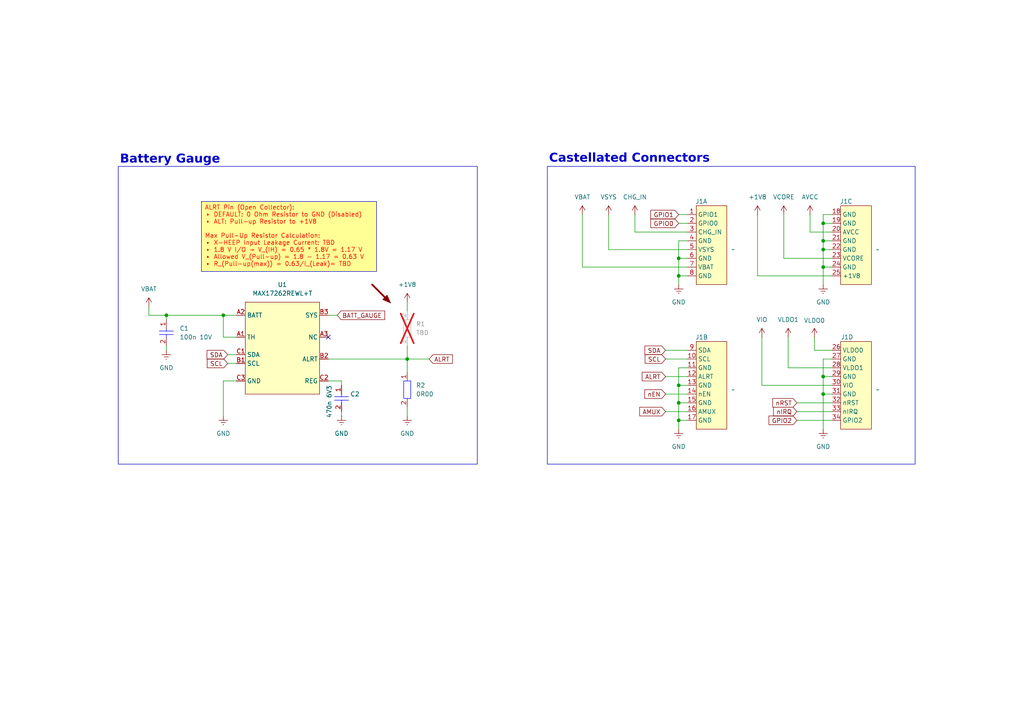
<source format=kicad_sch>
(kicad_sch (version 20231120) (generator "eeschema") (generator_version "8.0")
  (paper "A4")
  (title_block (title "[2] Battery Gauge & Connectors") (rev "0.1") (company "Embedded Systems Laboratory - EPFL"))
  (lib_symbols
    (symbol "Graphic:SYM_Arrow45_Large" (in_bom no) (on_board no)
      (symbol "SYM_Arrow45_Large_0_1"
        (polyline (pts (xy -2.54 2.54) (xy 2.286 -2.286)) (stroke (width 0.508)))
        (polyline (pts (xy 2.794 -2.794) (xy 0.508 -1.778) (xy 1.778 -0.508) (xy 2.794 -2.794)) (fill (type outline)))
      )
    )
    (symbol "X-MODs_SchLib:GRM155R60J474KE19"
      (property "Reference" "C" (at -4.064 5.588 0))
      (property "Value" "470n 6V3" (at -4.064 3.302 0))
      (symbol "GRM155R60J474KE19_1_1"
        (polyline (pts (xy -1.27 0) (xy -0.508 0)) (stroke (width 0) (color 0 0 255 1)))
        (polyline (pts (xy -0.508 2.032) (xy -0.508 -2.032)) (stroke (width 0) (color 0 0 255 1)))
        (polyline (pts (xy 0.508 2.032) (xy 0.508 -2.032)) (stroke (width 0) (color 0 0 255 1)))
        (polyline (pts (xy 1.27 0) (xy 0.508 0)) (stroke (width 0) (color 0 0 255 1)))
        (pin passive line (at -3.81 0 0) (length 2.54) (name "") (number "1"))
        (pin passive line (at 3.81 0 180) (length 2.54) (name "") (number "2"))
      )
    )
    (symbol "X-MODs_SchLib:GRM155R71A104JA01D"
      (property "Reference" "C" (at -4.826 5.588 0))
      (property "Value" "100n 10V" (at -4.826 3.302 0))
      (symbol "GRM155R71A104JA01D_1_1"
        (polyline (pts (xy -1.27 0) (xy -0.508 0)) (stroke (width 0) (color 0 0 255 1)))
        (polyline (pts (xy -0.508 2.032) (xy -0.508 -2.032)) (stroke (width 0) (color 0 0 255 1)))
        (polyline (pts (xy 0.508 2.032) (xy 0.508 -2.032)) (stroke (width 0) (color 0 0 255 1)))
        (polyline (pts (xy 1.27 0) (xy 0.508 0)) (stroke (width 0) (color 0 0 255 1)))
        (pin passive line (at -3.81 0 0) (length 2.54) (name "") (number "1"))
        (pin passive line (at 3.81 0 180) (length 2.54) (name "") (number "2"))
      )
    )
    (symbol "X-MODs_SchLib:MAX17262REWL+T"
      (property "Reference" "U" (at -0.254 2.794 0))
      (property "Value" " MAX17262REWL+T " (at -1.27 1.016 0))
      (symbol "MAX17262REWL+T_0_1"
        (rectangle (start 0 0) (end 21.59 -26.67) (stroke (width 0) (color 128 0 0 1)) (fill (type background)))
      )
      (symbol "MAX17262REWL+T_1_1"
        (pin passive line (at -2.54 -10.16 0) (length 2.54) (name "TH") (number "A1"))
        (pin passive line (at -2.54 -3.81 0) (length 2.54) (name "BATT") (number "A2"))
        (pin passive line (at 24.13 -10.16 180) (length 2.54) (name "NC") (number "A3"))
        (pin passive line (at -2.54 -17.78 0) (length 2.54) (name "SCL") (number "B1"))
        (pin passive line (at 24.13 -16.51 180) (length 2.54) (name "ALRT") (number "B2"))
        (pin passive line (at 24.13 -3.81 180) (length 2.54) (name "SYS") (number "B3"))
        (pin passive line (at -2.54 -15.24 0) (length 2.54) (name "SDA") (number "C1"))
        (pin passive line (at 24.13 -22.86 180) (length 2.54) (name "REG") (number "C2"))
        (pin passive line (at -2.54 -22.86 0) (length 2.54) (name "GND") (number "C3"))
      )
    )
    (symbol "X-MODs_SchLib:Power_Board_Castellated_Conn_1.27mm" (in_bom no)
      (property "Reference" "J" (at 0.508 1.778 0))
      (symbol "Power_Board_Castellated_Conn_1.27mm_1_1"
        (rectangle (start 0 0) (end 8.89 -22.86) (stroke (width 0) (color 128 0 0 1)) (fill (type background)))
        (pin passive line (at -2.54 -2.54 0) (length 2.54) (name "GPIO1") (number "1"))
        (pin passive line (at -2.54 -5.08 0) (length 2.54) (name "GPIO0") (number "2"))
        (pin passive line (at -2.54 -7.62 0) (length 2.54) (name "CHG_IN") (number "3"))
        (pin passive line (at -2.54 -10.16 0) (length 2.54) (name "GND") (number "4"))
        (pin passive line (at -2.54 -12.7 0) (length 2.54) (name "VSYS") (number "5"))
        (pin passive line (at -2.54 -15.24 0) (length 2.54) (name "GND") (number "6"))
        (pin passive line (at -2.54 -17.78 0) (length 2.54) (name "VBAT") (number "7"))
        (pin passive line (at -2.54 -20.32 0) (length 2.54) (name "GND") (number "8"))
      )
      (symbol "Power_Board_Castellated_Conn_1.27mm_2_1"
        (rectangle (start 0 0) (end 8.89 -25.4) (stroke (width 0) (color 128 0 0 1)) (fill (type background)))
        (pin passive line (at -2.54 -5.08 0) (length 2.54) (name "SCL") (number "10"))
        (pin passive line (at -2.54 -7.62 0) (length 2.54) (name "GND") (number "11"))
        (pin passive line (at -2.54 -10.16 0) (length 2.54) (name "ALRT") (number "12"))
        (pin passive line (at -2.54 -12.7 0) (length 2.54) (name "GND") (number "13"))
        (pin passive line (at -2.54 -15.24 0) (length 2.54) (name "nEN") (number "14"))
        (pin passive line (at -2.54 -17.78 0) (length 2.54) (name "GND") (number "15"))
        (pin passive line (at -2.54 -20.32 0) (length 2.54) (name "AMUX") (number "16"))
        (pin passive line (at -2.54 -22.86 0) (length 2.54) (name "GND") (number "17"))
        (pin passive line (at -2.54 -2.54 0) (length 2.54) (name "SDA") (number "9"))
      )
      (symbol "Power_Board_Castellated_Conn_1.27mm_3_1"
        (rectangle (start 0 0) (end 8.89 -22.86) (stroke (width 0) (color 128 0 0 1)) (fill (type background)))
        (pin passive line (at -2.54 -2.54 0) (length 2.54) (name "GND") (number "18"))
        (pin passive line (at -2.54 -5.08 0) (length 2.54) (name "GND") (number "19"))
        (pin passive line (at -2.54 -7.62 0) (length 2.54) (name "AVCC") (number "20"))
        (pin passive line (at -2.54 -10.16 0) (length 2.54) (name "GND") (number "21"))
        (pin passive line (at -2.54 -12.7 0) (length 2.54) (name "GND") (number "22"))
        (pin passive line (at -2.54 -15.24 0) (length 2.54) (name "VCORE") (number "23"))
        (pin passive line (at -2.54 -17.78 0) (length 2.54) (name "GND") (number "24"))
        (pin passive line (at -2.54 -20.32 0) (length 2.54) (name "+1V8") (number "25"))
      )
      (symbol "Power_Board_Castellated_Conn_1.27mm_4_1"
        (rectangle (start 0 0) (end 8.89 -25.4) (stroke (width 0) (color 128 0 0 1)) (fill (type background)))
        (pin passive line (at -2.54 -2.54 0) (length 2.54) (name "VLDO0") (number "26"))
        (pin passive line (at -2.54 -5.08 0) (length 2.54) (name "GND") (number "27"))
        (pin passive line (at -2.54 -7.62 0) (length 2.54) (name "VLDO1") (number "28"))
        (pin passive line (at -2.54 -10.16 0) (length 2.54) (name "GND") (number "29"))
        (pin passive line (at -2.54 -12.7 0) (length 2.54) (name "VIO") (number "30"))
        (pin passive line (at -2.54 -15.24 0) (length 2.54) (name "GND") (number "31"))
        (pin passive line (at -2.54 -17.78 0) (length 2.54) (name "nRST") (number "32"))
        (pin passive line (at -2.54 -20.32 0) (length 2.54) (name "nIRQ") (number "33"))
        (pin passive line (at -2.54 -22.86 0) (length 2.54) (name "GPIO2") (number "34"))
      )
    )
    (symbol "X-MODs_SchLib:R"
      (property "Reference" "R" (at -4.064 5.588 0))
      (property "Value" "TBD" (at -4.064 3.302 0))
      (symbol "R_0_1"
        (rectangle (start -2.54 1.016) (end 2.54 -1.016) (stroke (width 0) (color 0 0 255 1)))
      )
      (symbol "R_1_1"
        (pin passive line (at -5.08 0 0) (length 2.54) (name "") (number "1"))
        (pin passive line (at 5.08 0 180) (length 2.54) (name "") (number "2"))
      )
    )
    (symbol "X-MODs_SchLib:RK73Z1ETTP"
      (property "Reference" "R" (at -4.064 5.588 0))
      (property "Value" "0R00" (at -4.064 3.302 0))
      (symbol "RK73Z1ETTP_0_1"
        (rectangle (start -2.54 1.016) (end 2.54 -1.016) (stroke (width 0) (color 0 0 255 1)))
      )
      (symbol "RK73Z1ETTP_1_1"
        (pin passive line (at -5.08 0 0) (length 2.54) (name "") (number "1"))
        (pin passive line (at 5.08 0 180) (length 2.54) (name "") (number "2"))
      )
    )
    (symbol "power:+1V8" (power) (pin_numbers hide) (pin_names (offset 0) hide)
      (property "Value" "+1V8" (at 0 3.556 0))
      (symbol "+1V8_0_1"
        (polyline (pts (xy -0.762 1.27) (xy 0 2.54)))
        (polyline (pts (xy 0 0) (xy 0 2.54)))
        (polyline (pts (xy 0 2.54) (xy 0.762 1.27)))
      )
      (symbol "+1V8_1_1"
        (pin power_in line (at 0 0 90) (length 0) (name "~") (number "1"))
      )
    )
    (symbol "power:Earth" (power) (pin_numbers hide) (pin_names (offset 0) hide)
      (property "Value" "Earth" (at 0 -3.81 0))
      (symbol "Earth_0_1"
        (polyline (pts (xy -0.635 -1.905) (xy 0.635 -1.905)))
        (polyline (pts (xy -0.127 -2.54) (xy 0.127 -2.54)))
        (polyline (pts (xy 0 -1.27) (xy 0 0)))
        (polyline (pts (xy 1.27 -1.27) (xy -1.27 -1.27)))
      )
      (symbol "Earth_1_1"
        (pin power_in line (at 0 0 270) (length 0) (name "~") (number "1"))
      )
    )
  )
  (junction (at 196.85 74.93))
  (junction (at 238.76 77.47))
  (junction (at 196.85 121.92))
  (junction (at 196.85 80.01))
  (junction (at 48.26 91.44))
  (junction (at 238.76 114.3))
  (junction (at 196.85 116.84))
  (junction (at 64.77 91.44))
  (junction (at 238.76 72.39))
  (junction (at 238.76 69.85))
  (junction (at 238.76 109.22))
  (junction (at 118.11 104.14))
  (junction (at 238.76 64.77))
  (junction (at 196.85 111.76))
  (no_connect (at 95.25 97.79))
  (wire (pts (xy 99.06 119.38) (xy 99.06 120.65)))
  (wire (pts (xy 66.04 105.41) (xy 68.58 105.41)))
  (wire (pts (xy 241.3 67.31) (xy 234.95 67.31)))
  (wire (pts (xy 231.14 119.38) (xy 241.3 119.38)))
  (wire (pts (xy 238.76 69.85) (xy 241.3 69.85)))
  (wire (pts (xy 234.95 62.23) (xy 234.95 67.31)))
  (wire (pts (xy 184.15 62.23) (xy 184.15 67.31)))
  (wire (pts (xy 68.58 97.79) (xy 64.77 97.79)))
  (wire (pts (xy 193.04 114.3) (xy 199.39 114.3)))
  (wire (pts (xy 48.26 91.44) (xy 64.77 91.44)))
  (wire (pts (xy 48.26 100.33) (xy 48.26 101.6)))
  (wire (pts (xy 196.85 106.68) (xy 199.39 106.68)))
  (wire (pts (xy 241.3 109.22) (xy 238.76 109.22)))
  (wire (pts (xy 238.76 72.39) (xy 241.3 72.39)))
  (wire (pts (xy 66.04 102.87) (xy 68.58 102.87)))
  (wire (pts (xy 64.77 91.44) (xy 68.58 91.44)))
  (wire (pts (xy 238.76 69.85) (xy 238.76 64.77)))
  (wire (pts (xy 176.53 72.39) (xy 176.53 62.23)))
  (wire (pts (xy 196.85 121.92) (xy 196.85 124.46)))
  (wire (pts (xy 48.26 91.44) (xy 48.26 92.71)))
  (wire (pts (xy 196.85 111.76) (xy 196.85 106.68)))
  (wire (pts (xy 95.25 110.49) (xy 99.06 110.49)))
  (wire (pts (xy 219.71 80.01) (xy 219.71 62.23)))
  (wire (pts (xy 193.04 101.6) (xy 199.39 101.6)))
  (wire (pts (xy 231.14 116.84) (xy 241.3 116.84)))
  (wire (pts (xy 236.22 101.6) (xy 236.22 97.79)))
  (wire (pts (xy 238.76 77.47) (xy 238.76 72.39)))
  (wire (pts (xy 64.77 91.44) (xy 64.77 97.79)))
  (wire (pts (xy 241.3 101.6) (xy 236.22 101.6)))
  (wire (pts (xy 241.3 74.93) (xy 227.33 74.93)))
  (wire (pts (xy 241.3 111.76) (xy 220.98 111.76)))
  (wire (pts (xy 118.11 104.14) (xy 124.46 104.14)))
  (wire (pts (xy 228.6 97.79) (xy 228.6 106.68)))
  (wire (pts (xy 199.39 80.01) (xy 196.85 80.01)))
  (wire (pts (xy 118.11 100.33) (xy 118.11 104.14)))
  (wire (pts (xy 231.14 121.92) (xy 241.3 121.92)))
  (wire (pts (xy 193.04 119.38) (xy 199.39 119.38)))
  (wire (pts (xy 196.85 116.84) (xy 196.85 111.76)))
  (wire (pts (xy 43.18 88.9) (xy 43.18 91.44)))
  (wire (pts (xy 199.39 74.93) (xy 196.85 74.93)))
  (wire (pts (xy 238.76 77.47) (xy 238.76 82.55)))
  (wire (pts (xy 199.39 67.31) (xy 184.15 67.31)))
  (wire (pts (xy 199.39 72.39) (xy 176.53 72.39)))
  (wire (pts (xy 238.76 72.39) (xy 238.76 69.85)))
  (wire (pts (xy 68.58 110.49) (xy 64.77 110.49)))
  (wire (pts (xy 193.04 109.22) (xy 199.39 109.22)))
  (wire (pts (xy 199.39 111.76) (xy 196.85 111.76)))
  (wire (pts (xy 196.85 80.01) (xy 196.85 74.93)))
  (wire (pts (xy 193.04 104.14) (xy 199.39 104.14)))
  (wire (pts (xy 238.76 64.77) (xy 238.76 62.23)))
  (wire (pts (xy 43.18 91.44) (xy 48.26 91.44)))
  (wire (pts (xy 199.39 121.92) (xy 196.85 121.92)))
  (wire (pts (xy 196.85 62.23) (xy 199.39 62.23)))
  (wire (pts (xy 95.25 91.44) (xy 97.79 91.44)))
  (wire (pts (xy 227.33 74.93) (xy 227.33 62.23)))
  (wire (pts (xy 196.85 74.93) (xy 196.85 69.85)))
  (wire (pts (xy 196.85 121.92) (xy 196.85 116.84)))
  (wire (pts (xy 238.76 104.14) (xy 238.76 109.22)))
  (wire (pts (xy 196.85 80.01) (xy 196.85 82.55)))
  (wire (pts (xy 238.76 114.3) (xy 238.76 124.46)))
  (wire (pts (xy 238.76 64.77) (xy 241.3 64.77)))
  (wire (pts (xy 64.77 110.49) (xy 64.77 120.65)))
  (wire (pts (xy 241.3 77.47) (xy 238.76 77.47)))
  (wire (pts (xy 99.06 110.49) (xy 99.06 111.76)))
  (wire (pts (xy 220.98 111.76) (xy 220.98 97.79)))
  (wire (pts (xy 196.85 64.77) (xy 199.39 64.77)))
  (wire (pts (xy 199.39 69.85) (xy 196.85 69.85)))
  (wire (pts (xy 168.91 77.47) (xy 168.91 62.23)))
  (wire (pts (xy 118.11 104.14) (xy 118.11 107.95)))
  (wire (pts (xy 118.11 118.11) (xy 118.11 120.65)))
  (wire (pts (xy 241.3 104.14) (xy 238.76 104.14)))
  (wire (pts (xy 95.25 104.14) (xy 118.11 104.14)))
  (wire (pts (xy 238.76 62.23) (xy 241.3 62.23)))
  (wire (pts (xy 241.3 80.01) (xy 219.71 80.01)))
  (wire (pts (xy 241.3 106.68) (xy 228.6 106.68)))
  (wire (pts (xy 199.39 116.84) (xy 196.85 116.84)))
  (wire (pts (xy 118.11 87.63) (xy 118.11 90.17)))
  (wire (pts (xy 168.91 77.47) (xy 199.39 77.47)))
  (wire (pts (xy 238.76 109.22) (xy 238.76 114.3)))
  (wire (pts (xy 238.76 114.3) (xy 241.3 114.3)))
  (rectangle (start 34.29 48.26) (end 138.43 134.62))
  (rectangle (start 158.75 48.26) (end 265.43 134.62))
  (text_box "ALRT Pin (Open Collector):\n• DEFAULT: 0 Ohm Resistor to GND (Disabled)\n• ALT: Pull-up Resistor to +1V8\n\nMax Pull-Up Resistor Calculation:\n• X-HEEP Input Leakage Current: TBD\n• 1.8 V I/O → V_(IH) = 0.65 * 1.8V = 1.17 V \n• Allowed V_(Pull-up) = 1.8 - 1.17 = 0.63 V\n• R_(Pull-up(max)) = 0.63/I_(Leak)= TBD\n\n\n" (at 58.42 58.42 0) (size 50.8 20.32) (fill (type color) (color 255 255 150 1)) (effects (font (size 1.27 1.27)) (justify left top)))
  (text "Battery Gauge" (at 34.798 46.99 0) (effects (font (size 2.54 2.54) (thickness 0.254) (bold yes) (italic yes)) (justify left)))
  (text "Castellated Connectors" (at 159.258 46.736 0) (effects (font (size 2.54 2.54) (thickness 0.254) (bold yes) (italic yes)) (justify left)))
  (global_label "SDA" (shape input) (at 66.04 102.87 180) (property "Intersheetrefs" "${INTERSHEET_REFS}" (effects (hide yes))))
  (global_label "AMUX" (shape input) (at 193.04 119.38 180) (property "Intersheetrefs" "${INTERSHEET_REFS}" (effects (hide yes))))
  (global_label "SCL" (shape input) (at 66.04 105.41 180) (property "Intersheetrefs" "${INTERSHEET_REFS}" (effects (hide yes))))
  (global_label "GPIO2" (shape input) (at 231.14 121.92 180) (property "Intersheetrefs" "${INTERSHEET_REFS}" (effects (hide yes))))
  (global_label "GPIO1" (shape input) (at 196.85 62.23 180) (property "Intersheetrefs" "${INTERSHEET_REFS}" (effects (hide yes))))
  (global_label "SDA" (shape input) (at 193.04 101.6 180) (property "Intersheetrefs" "${INTERSHEET_REFS}" (effects (hide yes))))
  (global_label "GPIO0" (shape input) (at 196.85 64.77 180) (property "Intersheetrefs" "${INTERSHEET_REFS}" (effects (hide yes))))
  (global_label "nIRQ" (shape input) (at 231.14 119.38 180) (property "Intersheetrefs" "${INTERSHEET_REFS}" (effects (hide yes))))
  (global_label "ALRT" (shape input) (at 124.46 104.14 0) (property "Intersheetrefs" "${INTERSHEET_REFS}" (effects (hide yes))))
  (global_label "BATT_GAUGE" (shape input) (at 97.79 91.44 0) (property "Intersheetrefs" "${INTERSHEET_REFS}" (effects (hide yes))))
  (global_label "nEN" (shape input) (at 193.04 114.3 180) (property "Intersheetrefs" "${INTERSHEET_REFS}" (effects (hide yes))))
  (global_label "SCL" (shape input) (at 193.04 104.14 180) (property "Intersheetrefs" "${INTERSHEET_REFS}" (effects (hide yes))))
  (global_label "ALRT" (shape input) (at 193.04 109.22 180) (property "Intersheetrefs" "${INTERSHEET_REFS}" (effects (hide yes))))
  (global_label "nRST" (shape input) (at 231.14 116.84 180) (property "Intersheetrefs" "${INTERSHEET_REFS}" (effects (hide yes))))
  (symbol (lib_id "power:+1V8") (at 227.33 62.23 0) (unit 1)
    (property "Reference" "#PWR05" (effects (hide yes)))
    (property "Value" "VCORE" (at 227.33 57.15 0))
    (property "Description" "Power symbol creates a global label with name \"+1V8\"" (effects (hide yes)))
  )
  (symbol (lib_id "power:Earth") (at 64.77 120.65 0) (unit 1)
    (property "Reference" "#PWR015" (effects (hide yes)))
    (property "Value" "GND" (at 64.77 125.73 0))
    (property "Description" "Power symbol creates a global label with name \"Earth\"" (effects (hide yes)))
  )
  (symbol (lib_id "power:Earth") (at 48.26 101.6 0) (unit 1)
    (property "Reference" "#PWR011" (effects (hide yes)))
    (property "Value" "GND" (at 48.26 106.68 0))
    (property "Description" "Power symbol creates a global label with name \"Earth\"" (effects (hide yes)))
  )
  (symbol (lib_id "power:Earth") (at 196.85 82.55 0) (unit 1)
    (property "Reference" "#PWR018" (effects (hide yes)))
    (property "Value" "GND" (at 196.85 87.63 0))
    (property "Description" "Power symbol creates a global label with name \"Earth\"" (effects (hide yes)))
  )
  (symbol (lib_id "X-MODs_SchLib:RK73Z1ETTP") (at 118.11 113.03 270) (unit 1)
    (property "Reference" "R2" (at 120.65 111.7599 90) (effects (justify left)))
    (property "Value" "0R00" (at 120.65 114.2999 90) (effects (justify left)))
    (property "Footprint" "X-MODs_PcbLib:R0402" (effects (hide yes)))
    (property "Datasheet" "https://www.koaspeer.com/pdfs/RK73Z.pdf" (effects (hide yes)))
    (property "Description" "Thick Film Resistors ZEROohms JUMPER" (effects (hide yes)))
  )
  (symbol (lib_id "power:Earth") (at 118.11 120.65 0) (unit 1)
    (property "Reference" "#PWR017" (effects (hide yes)))
    (property "Value" "GND" (at 118.11 125.73 0))
    (property "Description" "Power symbol creates a global label with name \"Earth\"" (effects (hide yes)))
  )
  (symbol (lib_id "power:+1V8") (at 228.6 97.79 0) (unit 1)
    (property "Reference" "#PWR02" (effects (hide yes)))
    (property "Value" "VLDO1" (at 228.6 92.71 0))
    (property "Description" "Power symbol creates a global label with name \"+1V8\"" (effects (hide yes)))
  )
  (symbol (lib_id "power:+1V8") (at 220.98 97.79 0) (unit 1)
    (property "Reference" "#PWR01" (effects (hide yes)))
    (property "Value" "VIO" (at 220.98 92.71 0))
    (property "Description" "Power symbol creates a global label with name \"+1V8\"" (effects (hide yes)))
  )
  (symbol (lib_id "X-MODs_SchLib:GRM155R71A104JA01D") (at 48.26 96.52 270) (unit 1)
    (property "Reference" "C1" (at 52.07 95.2499 90) (effects (justify left)))
    (property "Value" "100n 10V" (at 52.07 97.7899 90) (effects (justify left)))
    (property "Footprint" "X-MODs_PcbLib:C0402" (effects (hide yes)))
    (property "Datasheet" "https://www.mouser.es/datasheet/2/281/1/GRM155R71A104JA01_01A-1984196.pdf" (effects (hide yes)))
    (property "Description" "Multilayer Ceramic Capacitors MLCC - SMD/SMT 0.1 uF 10 VDC 5% 0402 X7R" (effects (hide yes)))
  )
  (symbol (lib_id "power:Earth") (at 238.76 124.46 0) (unit 1)
    (property "Reference" "#PWR08" (effects (hide yes)))
    (property "Value" "GND" (at 238.76 129.54 0))
    (property "Description" "Power symbol creates a global label with name \"Earth\"" (effects (hide yes)))
  )
  (symbol (lib_id "X-MODs_SchLib:Power_Board_Castellated_Conn_1.27mm") (at 243.84 59.69 0) (unit 3) (in_bom no)
    (property "Reference" "J1" (at 243.586 58.42 0) (effects (justify left)))
    (property "Value" "~" (at 254 72.39 0) (effects (justify left)))
    (property "Footprint" "X-MODs_PcbLib:Power_Board_Castellated_Conn_1.27mm" (effects (hide yes)))
    (property "Description" "Power_Board_Castellated_Conn_1.27mm" (effects (hide yes)))
  )
  (symbol (lib_id "X-MODs_SchLib:Power_Board_Castellated_Conn_1.27mm") (at 201.93 59.69 0) (unit 1) (in_bom no)
    (property "Reference" "J1" (at 201.676 58.42 0) (effects (justify left)))
    (property "Value" "~" (at 212.09 72.39 0) (effects (justify left)))
    (property "Footprint" "X-MODs_PcbLib:Power_Board_Castellated_Conn_1.27mm" (effects (hide yes)))
    (property "Description" "Power_Board_Castellated_Conn_1.27mm" (effects (hide yes)))
  )
  (symbol (lib_id "X-MODs_SchLib:Power_Board_Castellated_Conn_1.27mm") (at 201.93 99.06 0) (unit 2) (in_bom no)
    (property "Reference" "J1" (at 201.676 97.79 0) (effects (justify left)))
    (property "Value" "~" (at 212.09 113.03 0) (effects (justify left)))
    (property "Footprint" "X-MODs_PcbLib:Power_Board_Castellated_Conn_1.27mm" (effects (hide yes)))
    (property "Description" "Power_Board_Castellated_Conn_1.27mm" (effects (hide yes)))
  )
  (symbol (lib_id "power:+1V8") (at 219.71 62.23 0) (unit 1)
    (property "Reference" "#PWR06" (effects (hide yes)))
    (property "Value" "+1V8" (at 219.71 57.15 0))
    (property "Description" "Power symbol creates a global label with name \"+1V8\"" (effects (hide yes)))
  )
  (symbol (lib_id "power:Earth") (at 196.85 124.46 0) (unit 1)
    (property "Reference" "#PWR019" (effects (hide yes)))
    (property "Value" "GND" (at 196.85 129.54 0))
    (property "Description" "Power symbol creates a global label with name \"Earth\"" (effects (hide yes)))
  )
  (symbol (lib_id "Graphic:SYM_Arrow45_Large") (at 110.49 85.09 0) (unit 1) (exclude_from_sim yes) (in_bom no) (on_board no)
    (property "Reference" "#SYM1" (effects (hide yes)))
    (property "Value" "SYM_Arrow45_Large" (effects (hide yes)))
    (property "Description" "Filled 45° arrow, 300mil" (effects (hide yes)))
  )
  (symbol (lib_id "power:+1V8") (at 234.95 62.23 0) (unit 1)
    (property "Reference" "#PWR04" (effects (hide yes)))
    (property "Value" "AVCC" (at 234.95 57.15 0))
    (property "Description" "Power symbol creates a global label with name \"+1V8\"" (effects (hide yes)))
  )
  (symbol (lib_id "power:+1V8") (at 236.22 97.79 0) (unit 1)
    (property "Reference" "#PWR03" (effects (hide yes)))
    (property "Value" "VLDO0" (at 236.22 92.964 0))
    (property "Description" "Power symbol creates a global label with name \"+1V8\"" (effects (hide yes)))
  )
  (symbol (lib_id "power:+1V8") (at 43.18 88.9 0) (unit 1)
    (property "Reference" "#PWR010" (effects (hide yes)))
    (property "Value" "VBAT" (at 43.18 83.82 0))
    (property "Description" "Power symbol creates a global label with name \"+1V8\"" (effects (hide yes)))
  )
  (symbol (lib_id "power:Earth") (at 99.06 120.65 0) (unit 1)
    (property "Reference" "#PWR016" (effects (hide yes)))
    (property "Value" "GND" (at 99.06 125.73 0))
    (property "Description" "Power symbol creates a global label with name \"Earth\"" (effects (hide yes)))
  )
  (symbol (lib_id "power:+1V8") (at 168.91 62.23 0) (unit 1)
    (property "Reference" "#PWR014" (effects (hide yes)))
    (property "Value" "VBAT" (at 168.91 57.15 0))
    (property "Description" "Power symbol creates a global label with name \"+1V8\"" (effects (hide yes)))
  )
  (symbol (lib_id "power:+1V8") (at 184.15 62.23 0) (unit 1)
    (property "Reference" "#PWR012" (effects (hide yes)))
    (property "Value" "CHG_IN" (at 184.15 57.15 0))
    (property "Description" "Power symbol creates a global label with name \"+1V8\"" (effects (hide yes)))
  )
  (symbol (lib_id "X-MODs_SchLib:GRM155R60J474KE19") (at 99.06 115.57 270) (unit 1)
    (property "Reference" "C2" (at 101.6 114.3 90) (effects (justify left)))
    (property "Value" "470n 6V3" (at 95.504 111.76 0) (effects (justify left)))
    (property "Footprint" "X-MODs_PcbLib:C0402" (effects (hide yes)))
    (property "Datasheet" "https://www.mouser.es/datasheet/2/281/1/GRM155R60J474KE19_01A-1983776.pdf" (effects (hide yes)))
    (property "Description" "Multilayer Ceramic Capacitors MLCC - SMD/SMT 0.47 uF 6.3 VDC 10% 0402 X5R" (effects (hide yes)))
  )
  (symbol (lib_id "X-MODs_SchLib:MAX17262REWL+T") (at 71.12 87.63 0) (unit 1)
    (property "Reference" "U1" (at 81.915 82.55 0))
    (property "Value" "MAX17262REWL+T" (at 81.915 85.09 0))
    (property "Footprint" "X-MODs_PcbLib:WLCSP-9_1.468x1.448mm_P0.4mm" (effects (hide yes)))
    (property "Datasheet" "https://www.mouser.es/datasheet/2/609/MAX17262-3469007.pdf" (effects (hide yes)))
    (property "Description" "Battery Management 5.2 A 1-Cell Fuel Gauge with ModelGauge m5 EZ and Internal Current Sensing" (effects (hide yes)))
  )
  (symbol (lib_id "X-MODs_SchLib:R") (at 118.11 95.25 90) (unit 1) (dnp yes)
    (property "Reference" "R1" (at 120.65 93.9799 90) (effects (justify right)))
    (property "Value" "TBD" (at 120.65 96.5199 90) (effects (justify right)))
    (property "Footprint" "X-MODs_PcbLib:R0402" (effects (hide yes)))
  )
  (symbol (lib_id "power:Earth") (at 238.76 82.55 0) (unit 1)
    (property "Reference" "#PWR07" (effects (hide yes)))
    (property "Value" "GND" (at 238.76 87.63 0))
    (property "Description" "Power symbol creates a global label with name \"Earth\"" (effects (hide yes)))
  )
  (symbol (lib_id "X-MODs_SchLib:Power_Board_Castellated_Conn_1.27mm") (at 243.84 99.06 0) (unit 4) (in_bom no)
    (property "Reference" "J1" (at 243.84 97.79 0) (effects (justify left)))
    (property "Value" "~" (at 254 113.03 0) (effects (justify left)))
    (property "Footprint" "X-MODs_PcbLib:Power_Board_Castellated_Conn_1.27mm" (effects (hide yes)))
    (property "Description" "Power_Board_Castellated_Conn_1.27mm" (effects (hide yes)))
  )
  (symbol (lib_id "power:+1V8") (at 118.11 87.63 0) (unit 1)
    (property "Reference" "#PWR09" (effects (hide yes)))
    (property "Value" "+1V8" (at 118.11 82.55 0))
    (property "Description" "Power symbol creates a global label with name \"+1V8\"" (effects (hide yes)))
  )
  (symbol (lib_id "power:+1V8") (at 176.53 62.23 0) (unit 1)
    (property "Reference" "#PWR013" (effects (hide yes)))
    (property "Value" "VSYS" (at 176.53 57.15 0))
    (property "Description" "Power symbol creates a global label with name \"+1V8\"" (effects (hide yes)))
  )
)
</source>
